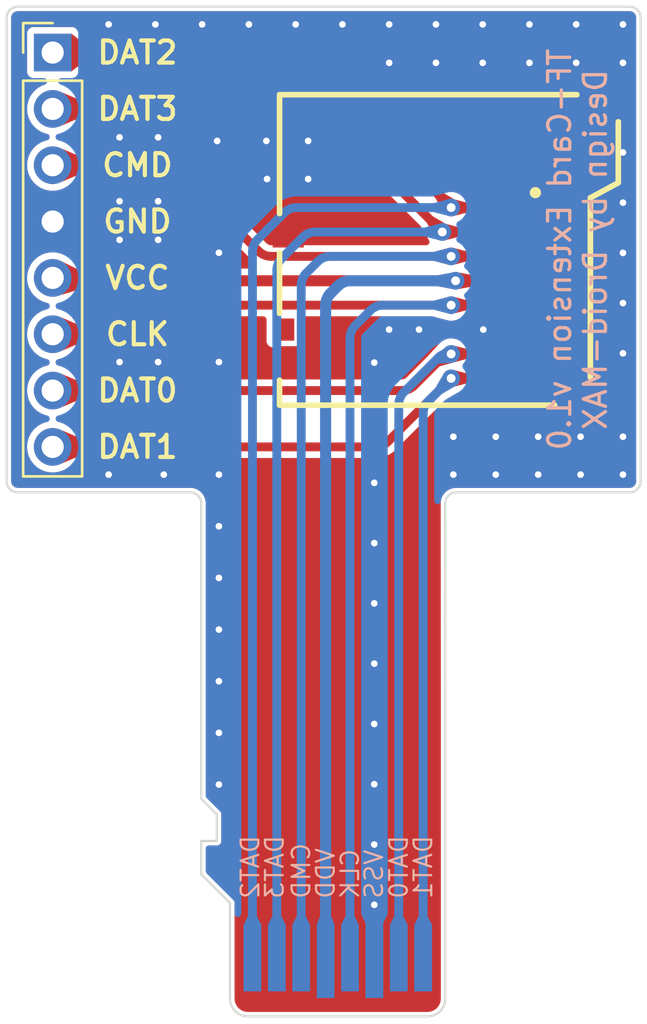
<source format=kicad_pcb>
(kicad_pcb (version 20221018) (generator pcbnew)
  (title_block (title "TF-Card_Extension_Adapter") (date "2023-08-28") (rev "1.0"))
  (layers (0 "F.Cu" signal) (31 "B.Cu" signal) (34 "B.Paste" user) (35 "F.Paste" user) (36 "B.SilkS" user "B.Silkscreen") (37 "F.SilkS" user "F.Silkscreen") (38 "B.Mask" user) (39 "F.Mask" user) (44 "Edge.Cuts" user))
  (net 0 "")
  (net 1 "Net-(J1-Pin_1)")
  (net 2 "Net-(J1-Pin_2)")
  (net 3 "Net-(J1-Pin_3)")
  (net 4 "VCC")
  (net 5 "Net-(J1-Pin_5)")
  (net 6 "GND")
  (net 7 "Net-(J1-Pin_7)")
  (net 8 "Net-(J1-Pin_8)")
  (footprint "Custom_Libs:TF-SMD_TF-101A-P3" (layer "F.Cu") (at 219.4 130.16 90)
    (fp_text reference "J2" hide)
    (fp_text value "TF_Card_Slot" hide)
    (fp_line (start -7.01 -7.39) (end -7.01 5.019) (stroke (width 0.254)) (layer "F.SilkS"))
    (fp_line (start -5.881 -7.39) (end -7.01 -7.39) (stroke (width 0.254)) (layer "F.SilkS"))
    (fp_line (start -5.75 6.63) (end 2.34 6.63) (stroke (width 0.254)) (layer "F.SilkS"))
    (fp_line (start -0.131 -7.39) (end -2.869 -7.39) (stroke (width 0.254)) (layer "F.SilkS"))
    (fp_line (start 2.34 6.63) (end 3.02 7.89) (stroke (width 0.254)) (layer "F.SilkS"))
    (fp_line (start 3.02 7.89) (end 5.77 7.89) (stroke (width 0.254)) (layer "F.SilkS"))
    (fp_line (start 6.99 -7.39) (end 1.631 -7.39) (stroke (width 0.254)) (layer "F.SilkS"))
    (fp_line (start 6.99 6.019) (end 6.99 -7.39) (stroke (width 0.254)) (layer "F.SilkS"))
    (fp_circle (center 2.575 4.15) (end 2.702 4.15) (stroke (width 0.254)) (fill none) (layer "F.SilkS"))
    (pad "1" smd rect (at 1.9 3.35 90) (size 0.8 1.5) (layers "F.Cu" "F.Paste" "F.Mask") (net 1 "Net-(J1-Pin_1)"))
    (pad "2" smd rect (at 0.8 2.95 90) (size 0.8 1.5) (layers "F.Cu" "F.Paste" "F.Mask") (net 2 "Net-(J1-Pin_2)"))
    (pad "3" smd rect (at -0.3 3.35 90) (size 0.8 1.5) (layers "F.Cu" "F.Paste" "F.Mask") (net 3 "Net-(J1-Pin_3)"))
    (pad "4" smd rect (at -1.4 3.55 90) (size 0.8 1.5) (layers "F.Cu" "F.Paste" "F.Mask") (net 4 "VCC"))
    (pad "5" smd rect (at -2.5 3.35 90) (size 0.8 1.5) (layers "F.Cu" "F.Paste" "F.Mask") (net 5 "Net-(J1-Pin_5)"))
    (pad "6" smd rect (at -3.6 3.55 90) (size 0.8 1.5) (layers "F.Cu" "F.Paste" "F.Mask") (net 6 "GND"))
    (pad "7" smd rect (at -4.7 3.35 90) (size 0.8 1.5) (layers "F.Cu" "F.Paste" "F.Mask") (net 7 "Net-(J1-Pin_7)"))
    (pad "8" smd rect (at -5.8 3.35 90) (size 0.8 1.5) (layers "F.Cu" "F.Paste" "F.Mask") (net 8 "Net-(J1-Pin_8)"))
    (pad "9" smd rect (at -6.6 6.2 90) (size 1.4 1.9) (layers "F.Cu" "F.Paste" "F.Mask") (net 6 "GND"))
    (pad "10" smd rect (at -5 -7 90) (size 1.3 1.4) (layers "F.Cu" "F.Paste" "F.Mask") (net 6 "GND"))
    (pad "11" smd rect (at 6.6 7.2 90) (size 1.4 1.9) (layers "F.Cu" "F.Paste" "F.Mask") (net 6 "GND"))
    (pad "12" smd rect (at 0.75 -7 90) (size 1.3 1.4) (layers "F.Cu" "F.Paste" "F.Mask") (net 6 "GND"))
    (pad "13" smd rect (at -3.6 -7.2 90) (size 1 0.95) (layers "F.Cu" "F.Paste" "F.Mask"))
  )
  (footprint "Connector_PinHeader_2.54mm:PinHeader_1x08_P2.54mm_Vertical" (layer "F.Cu") (at 201.775 121.27)
    (fp_text reference "J1" hide)
    (fp_text value "Conn_01x08_Pin" hide)
    (fp_line (start -1.33 -1.33) (end 0 -1.33) (stroke (width 0.12)) (layer "F.SilkS"))
    (fp_line (start -1.33 0) (end -1.33 -1.33) (stroke (width 0.12)) (layer "F.SilkS"))
    (fp_line (start -1.33 1.27) (end -1.33 19.11) (stroke (width 0.12)) (layer "F.SilkS"))
    (fp_line (start -1.33 1.27) (end 1.33 1.27) (stroke (width 0.12)) (layer "F.SilkS"))
    (fp_line (start -1.33 19.11) (end 1.33 19.11) (stroke (width 0.12)) (layer "F.SilkS"))
    (fp_line (start 1.33 1.27) (end 1.33 19.11) (stroke (width 0.12)) (layer "F.SilkS"))
    (pad "1" thru_hole rect (at 0 0) (size 1.7 1.7) (drill 1) (layers "*.Cu" "*.Mask") (net 1 "Net-(J1-Pin_1)"))
    (pad "2" thru_hole oval (at 0 2.54) (size 1.7 1.7) (drill 1) (layers "*.Cu" "*.Mask") (net 2 "Net-(J1-Pin_2)"))
    (pad "3" thru_hole oval (at 0 5.08) (size 1.7 1.7) (drill 1) (layers "*.Cu" "*.Mask") (net 3 "Net-(J1-Pin_3)"))
    (pad "4" thru_hole oval (at 0 7.62) (size 1.7 1.7) (drill 1) (layers "*.Cu" "*.Mask") (net 6 "GND"))
    (pad "5" thru_hole oval (at 0 10.16) (size 1.7 1.7) (drill 1) (layers "*.Cu" "*.Mask") (net 4 "VCC"))
    (pad "6" thru_hole oval (at 0 12.7) (size 1.7 1.7) (drill 1) (layers "*.Cu" "*.Mask") (net 5 "Net-(J1-Pin_5)"))
    (pad "7" thru_hole oval (at 0 15.24) (size 1.7 1.7) (drill 1) (layers "*.Cu" "*.Mask") (net 7 "Net-(J1-Pin_7)"))
    (pad "8" thru_hole oval (at 0 17.78) (size 1.7 1.7) (drill 1) (layers "*.Cu" "*.Mask") (net 8 "Net-(J1-Pin_8)"))
  )
  (footprint "Custom_Libs:TFCARD" (layer "B.Cu") (at 214.6375 162.175 180)
    (fp_text reference "J3" hide)
    (fp_text value "TF_Card" hide)
    (fp_text user "CMD" (at 1.65 2.685 90) (layer "B.SilkS") (effects (font (size 0.8 0.8) (thickness 0.1)) (justify right mirror)))
    (fp_text user "CLK" (at -0.55 2.685 90) (layer "B.SilkS") (effects (font (size 0.8 0.8) (thickness 0.1)) (justify right mirror)))
    (fp_text user "DAT2" (at 3.95 2.685 90) (layer "B.SilkS") (effects (font (size 0.8 0.8) (thickness 0.1)) (justify right mirror)))
    (fp_text user "VDD" (at 0.55 2.685 90) (layer "B.SilkS") (effects (font (size 0.8 0.8) (thickness 0.1)) (justify right mirror)))
    (fp_text user "VSS" (at -1.63 2.69 90) (layer "B.SilkS") (effects (font (size 0.8 0.8) (thickness 0.1)) (justify right mirror)))
    (fp_text user "DAT0" (at -2.75 2.685 90) (layer "B.SilkS") (effects (font (size 0.8 0.8) (thickness 0.1)) (justify right mirror)))
    (fp_text user "DAT1" (at -3.85 2.685 90) (layer "B.SilkS") (effects (font (size 0.8 0.8) (thickness 0.1)) (justify right mirror)))
    (fp_text user "DAT3" (at 2.85 2.685 90) (layer "B.SilkS") (effects (font (size 0.8 0.8) (thickness 0.1)) (justify right mirror)))
    (fp_line (start -4.849 -1.754) (end -4.849 12.056) (stroke (width 0.1)) (layer "Edge.Cuts"))
    (fp_line (start -4.049 -2.554) (end 4.059001 -2.554) (stroke (width 0.1)) (layer "Edge.Cuts"))
    (fp_line (start 4.859001 -1.754) (end 4.859001 2.556) (stroke (width 0.1)) (layer "Edge.Cuts"))
    (fp_line (start 5.459 5.357) (end 6.16 5.357) (stroke (width 0.1)) (layer "Edge.Cuts"))
    (fp_line (start 5.459 6.554) (end 5.459 5.357) (stroke (width 0.1)) (layer "Edge.Cuts"))
    (fp_line (start 5.459 6.554) (end 6.16 7.255) (stroke (width 0.1)) (layer "Edge.Cuts"))
    (fp_line (start 6.16 3.855) (end 4.859001 2.556) (stroke (width 0.1)) (layer "Edge.Cuts"))
    (fp_line (start 6.16 3.855) (end 6.16 5.357) (stroke (width 0.1)) (layer "Edge.Cuts"))
    (fp_line (start 6.16 7.255) (end 6.16 12.056) (stroke (width 0.1)) (layer "Edge.Cuts"))
    (fp_arc (start -4.849 -1.754) (mid -4.614685 -2.319685) (end -4.049 -2.554) (stroke (width 0.1)) (layer "Edge.Cuts"))
    (fp_arc (start 4.059001 -2.554) (mid 4.624686 -2.319685) (end 4.859001 -1.754) (stroke (width 0.1)) (layer "Edge.Cuts"))
    (pad "1" smd rect (at 3.85 0.075) (size 0.8 3) (layers "B.Cu" "B.Paste" "B.Mask") (net 1 "Net-(J1-Pin_1)"))
    (pad "2" smd rect (at 2.751 0.075) (size 0.8 3) (layers "B.Cu" "B.Paste" "B.Mask") (net 2 "Net-(J1-Pin_2)"))
    (pad "3" smd rect (at 1.65 0.075) (size 0.8 3) (layers "B.Cu" "B.Paste" "B.Mask") (net 3 "Net-(J1-Pin_3)"))
    (pad "4" smd rect (at 0.55 -0.075) (size 0.8 3.3) (layers "B.Cu" "B.Paste" "B.Mask") (net 4 "VCC"))
    (pad "5" smd rect (at -0.55 0.075) (size 0.8 3) (layers "B.Cu" "B.Paste" "B.Mask") (net 5 "Net-(J1-Pin_5)"))
    (pad "6" smd rect (at -1.65 -0.075) (size 0.8 3.3) (layers "B.Cu" "B.Paste" "B.Mask") (net 6 "GND"))
    (pad "7" smd rect (at -2.75 0.075) (size 0.8 3) (layers "B.Cu" "B.Paste" "B.Mask") (net 7 "Net-(J1-Pin_7)"))
    (pad "8" smd rect (at -3.85 0.075) (size 0.8 3) (layers "B.Cu" "B.Paste" "B.Mask") (net 8 "Net-(J1-Pin_8)"))
  )
  (gr_arc (start 199.7 119.7) (mid 199.846701 119.345985) (end 200.200805 119.1995) (stroke (width 0.1)) (layer "Edge.Cuts"))
  (gr_line (start 200.2 119.2) (end 227.8 119.2) (stroke (width 0.1)) (layer "Edge.Cuts"))
  (gr_arc (start 207.977 141.099195) (mid 208.331017 141.245896) (end 208.4775 141.6) (stroke (width 0.1)) (layer "Edge.Cuts"))
  (gr_line (start 228.3 119.7) (end 228.3 140.6) (stroke (width 0.1)) (layer "Edge.Cuts"))
  (gr_line (start 200.2 141.1) (end 207.9775 141.1) (stroke (width 0.1)) (layer "Edge.Cuts"))
  (gr_line (start 227.8 141.1) (end 219.98 141.1) (stroke (width 0.1)) (layer "Edge.Cuts"))
  (gr_line (start 219.4865 150.119) (end 219.48 141.6) (stroke (width 0.1)) (layer "Edge.Cuts"))
  (gr_line (start 208.4775 150.119) (end 208.4775 141.6) (stroke (width 0.1)) (layer "Edge.Cuts"))
  (gr_line (start 199.7 119.7) (end 199.7 140.6) (stroke (width 0.1)) (layer "Edge.Cuts"))
  (gr_arc (start 227.7995 119.199195) (mid 228.153517 119.345896) (end 228.3 119.7) (stroke (width 0.1)) (layer "Edge.Cuts"))
  (gr_arc (start 200.2 141.1) (mid 199.845985 140.953299) (end 199.6995 140.599195) (stroke (width 0.1)) (layer "Edge.Cuts"))
  (gr_arc (start 219.48 141.6) (mid 219.626701 141.245985) (end 219.980805 141.0995) (stroke (width 0.1)) (layer "Edge.Cuts"))
  (gr_arc (start 228.300805 140.5995) (mid 228.154104 140.953517) (end 227.8 141.1) (stroke (width 0.1)) (layer "Edge.Cuts"))
  (gr_text "TF-Card Extension v1.0\nDesign by Droid-MAX\n" (at 225.45 130.15 90) (layer "B.SilkS") (effects (font (size 1 1)) (justify mirror)))
  (gr_text "VCC" (at 205.6 131.43) (layer "F.SilkS") (effects (font (size 1 1) (thickness 0.1875))))
  (gr_text "CLK" (at 205.6 133.97) (layer "F.SilkS") (effects (font (size 1 1) (thickness 0.1875))))
  (gr_text "GND" (at 205.6 128.89) (layer "F.SilkS") (effects (font (size 1 1) (thickness 0.1875))))
  (gr_text "CMD" (at 205.6 126.35) (layer "F.SilkS") (effects (font (size 1 1) (thickness 0.1875))))
  (gr_text "DAT1" (at 205.6 139.05) (layer "F.SilkS") (effects (font (size 1 1) (thickness 0.1875))))
  (gr_text "DAT0" (at 205.6 136.51) (layer "F.SilkS") (effects (font (size 1 1) (thickness 0.1875))))
  (gr_text "DAT3" (at 205.6 123.81) (layer "F.SilkS") (effects (font (size 1 1) (thickness 0.1875))))
  (gr_text "DAT2" (at 205.6 121.27) (layer "F.SilkS") (effects (font (size 1 1) (thickness 0.1875))))
  (segment (start 201.775 121.27) (end 212.428629 121.27) (width 0.4) (layer "F.Cu") (net 1))
  (segment (start 222.75 128.26) (end 219.75 128.26) (width 0.4) (layer "F.Cu") (net 1))
  (segment (start 212.994315 121.504315) (end 219.75 128.26) (width 0.4) (layer "F.Cu") (net 1))
  (via (at 219.75 128.26) (size 0.8) (drill 0.4) (layers "F.Cu" "B.Cu") (net 1))
  (arc (start 212.428629 121.27) (mid 212.734776 121.330897) (end 212.994315 121.504315) (width 0.4) (layer "F.Cu") (net 1))
  (segment (start 212.784371 128.26) (end 219.75 128.26) (width 0.4) (layer "B.Cu") (net 1))
  (segment (start 211.021815 129.691185) (end 212.218686 128.494314) (width 0.4) (layer "B.Cu") (net 1))
  (segment (start 210.7875 162.1) (end 210.7875 130.256871) (width 0.4) (layer "B.Cu") (net 1))
  (arc (start 211.021815 129.691185) (mid 210.848396 129.950724) (end 210.7875 130.256871) (width 0.4) (layer "B.Cu") (net 1))
  (arc (start 212.218686 128.494314) (mid 212.478225 128.320896) (end 212.784371 128.26) (width 0.4) (layer "B.Cu") (net 1))
  (segment (start 201.775 123.81) (end 213.468629 123.81) (width 0.4) (layer "F.Cu") (net 2))
  (segment (start 214.034315 124.044315) (end 219.35 129.36) (width 0.4) (layer "F.Cu") (net 2))
  (segment (start 222.35 129.36) (end 219.35 129.36) (width 0.4) (layer "F.Cu") (net 2))
  (via (at 219.35 129.36) (size 0.8) (drill 0.4) (layers "F.Cu" "B.Cu") (net 2))
  (arc (start 213.468629 123.81) (mid 213.774776 123.870897) (end 214.034315 124.044315) (width 0.4) (layer "F.Cu") (net 2))
  (segment (start 213.624371 129.36) (end 219.35 129.36) (width 0.4) (layer "B.Cu") (net 2))
  (segment (start 212.120815 130.532185) (end 213.058686 129.594314) (width 0.4) (layer "B.Cu") (net 2))
  (segment (start 211.8865 162.1) (end 211.8865 131.097871) (width 0.4) (layer "B.Cu") (net 2))
  (arc (start 211.8865 131.097871) (mid 211.947397 130.791724) (end 212.120815 130.532185) (width 0.4) (layer "B.Cu") (net 2))
  (arc (start 213.624371 129.36) (mid 213.318225 129.420896) (end 213.058686 129.594314) (width 0.4) (layer "B.Cu") (net 2))
  (segment (start 207.424315 126.584315) (end 211.065686 130.225686) (width 0.4) (layer "F.Cu") (net 3))
  (segment (start 222.75 130.46) (end 219.75 130.46) (width 0.4) (layer "F.Cu") (net 3))
  (segment (start 201.775 126.35) (end 206.858629 126.35) (width 0.4) (layer "F.Cu") (net 3))
  (segment (start 211.631371 130.46) (end 219.75 130.46) (width 0.4) (layer "F.Cu") (net 3))
  (via (at 219.75 130.46) (size 0.8) (drill 0.4) (layers "F.Cu" "B.Cu") (net 3))
  (arc (start 211.631371 130.46) (mid 211.325225 130.399104) (end 211.065686 130.225686) (width 0.4) (layer "F.Cu") (net 3))
  (arc (start 206.858629 126.35) (mid 207.164776 126.410897) (end 207.424315 126.584315) (width 0.4) (layer "F.Cu") (net 3))
  (segment (start 212.9875 162.1) (end 212.9875 131.771871) (width 0.4) (layer "B.Cu") (net 3))
  (segment (start 213.221815 131.206185) (end 213.733686 130.694314) (width 0.4) (layer "B.Cu") (net 3))
  (segment (start 214.299371 130.46) (end 219.75 130.46) (width 0.4) (layer "B.Cu") (net 3))
  (arc (start 213.733686 130.694314) (mid 213.993225 130.520896) (end 214.299371 130.46) (width 0.4) (layer "B.Cu") (net 3))
  (arc (start 212.9875 131.771871) (mid 213.048397 131.465724) (end 213.221815 131.206185) (width 0.4) (layer "B.Cu") (net 3))
  (segment (start 222.95 131.56) (end 219.95 131.56) (width 0.5) (layer "F.Cu") (net 4))
  (segment (start 219.95 131.56) (end 201.905 131.56) (width 0.5) (layer "F.Cu") (net 4))
  (segment (start 201.905 131.56) (end 201.775 131.43) (width 0.5) (layer "F.Cu") (net 4))
  (via (at 219.95 131.56) (size 0.8) (drill 0.4) (layers "F.Cu" "B.Cu") (net 4))
  (segment (start 214.321815 132.112185) (end 214.639686 131.794314) (width 0.5) (layer "B.Cu") (net 4))
  (segment (start 214.0875 162.25) (end 214.0875 132.677871) (width 0.5) (layer "B.Cu") (net 4))
  (segment (start 215.205371 131.56) (end 219.95 131.56) (width 0.5) (layer "B.Cu") (net 4))
  (arc (start 214.0875 132.677871) (mid 214.148397 132.371724) (end 214.321815 132.112185) (width 0.5) (layer "B.Cu") (net 4))
  (arc (start 215.205371 131.56) (mid 214.899225 131.620896) (end 214.639686 131.794314) (width 0.5) (layer "B.Cu") (net 4))
  (segment (start 222.75 132.66) (end 219.75 132.66) (width 0.4) (layer "F.Cu") (net 5))
  (segment (start 210.338371 132.66) (end 219.75 132.66) (width 0.4) (layer "F.Cu") (net 5))
  (segment (start 208.931315 133.735685) (end 209.772686 132.894314) (width 0.4) (layer "F.Cu") (net 5))
  (segment (start 201.775 133.97) (end 208.365629 133.97) (width 0.4) (layer "F.Cu") (net 5))
  (via (at 219.75 132.66) (size 0.8) (drill 0.4) (layers "F.Cu" "B.Cu") (net 5))
  (arc (start 209.772686 132.894314) (mid 210.032225 132.720896) (end 210.338371 132.66) (width 0.4) (layer "F.Cu") (net 5))
  (arc (start 208.365629 133.97) (mid 208.671776 133.909103) (end 208.931315 133.735685) (width 0.4) (layer "F.Cu") (net 5))
  (segment (start 215.1875 162.1) (end 215.1875 134.147871) (width 0.4) (layer "B.Cu") (net 5))
  (segment (start 215.421815 133.582185) (end 216.109686 132.894314) (width 0.4) (layer "B.Cu") (net 5))
  (segment (start 216.675371 132.66) (end 219.75 132.66) (width 0.4) (layer "B.Cu") (net 5))
  (arc (start 216.675371 132.66) (mid 216.369225 132.720896) (end 216.109686 132.894314) (width 0.4) (layer "B.Cu") (net 5))
  (arc (start 215.421815 133.582185) (mid 215.248396 133.841724) (end 215.1875 134.147871) (width 0.4) (layer "B.Cu") (net 5))
  (via (at 214.84545 120) (size 0.5) (drill 0.3) (layers "F.Cu" "B.Cu") (net 6))
  (via (at 219.85 140.3) (size 0.5) (drill 0.3) (layers "F.Cu" "B.Cu") (net 6))
  (via (at 209.196 125.254) (size 0.5) (drill 0.3) (layers "F.Cu" "B.Cu") (net 6))
  (via (at 211.415 125.254) (size 0.5) (drill 0.3) (layers "F.Cu" "B.Cu") (net 6))
  (via (at 223.675 138.591) (size 0.5) (drill 0.3) (layers "F.Cu" "B.Cu") (net 6))
  (via (at 209.274 135.225) (size 0.5) (drill 0.3) (layers "F.Cu" "B.Cu") (net 6))
  (via (at 216.95454 120) (size 0.5) (drill 0.3) (layers "F.Cu" "B.Cu") (net 6))
  (via (at 209.274 144.958) (size 0.5) (drill 0.3) (layers "F.Cu" "B.Cu") (net 6))
  (via (at 206.40909 120) (size 0.5) (drill 0.3) (layers "F.Cu" "B.Cu") (net 6))
  (via (at 221.7625 138.591) (size 0.5) (drill 0.3) (layers "F.Cu" "B.Cu") (net 6))
  (via (at 221.17272 120) (size 0.5) (drill 0.3) (layers "F.Cu" "B.Cu") (net 6))
  (via (at 225.3909 120) (size 0.5) (drill 0.3) (layers "F.Cu" "B.Cu") (net 6))
  (via (at 206.787 140.3) (size 0.5) (drill 0.3) (layers "F.Cu" "B.Cu") (net 6))
  (via (at 221.2 133.76) (size 0.5) (drill 0.3) (layers "F.Cu" "B.Cu") (net 6))
  (via (at 219.85 138.591) (size 0.5) (drill 0.3) (layers "F.Cu" "B.Cu") (net 6))
  (via (at 225.5875 140.3) (size 0.5) (drill 0.3) (layers "F.Cu" "B.Cu") (net 6))
  (via (at 216.95454 121.733) (size 0.5) (drill 0.3) (layers "F.Cu" "B.Cu") (net 6))
  (via (at 227.5 121.733) (size 0.5) (drill 0.3) (layers "F.Cu" "B.Cu") (net 6))
  (via (at 209.274 151.945) (size 0.5) (drill 0.3) (layers "F.Cu" "B.Cu") (net 6))
  (via (at 216.283 148.825) (size 0.5) (drill 0.3) (layers "F.Cu" "B.Cu") (net 6))
  (via (at 216.283 146.107) (size 0.5) (drill 0.3) (layers "F.Cu" "B.Cu") (net 6))
  (via (at 206.533 129.714) (size 0.5) (drill 0.3) (layers "F.Cu" "B.Cu") (net 6))
  (via (at 219.06363 120) (size 0.5) (drill 0.3) (layers "F.Cu" "B.Cu") (net 6))
  (via (at 204.793 129.714) (size 0.5) (drill 0.3) (layers "F.Cu" "B.Cu") (net 6))
  (via (at 209.274 149.616) (size 0.5) (drill 0.3) (layers "F.Cu" "B.Cu") (net 6))
  (via (at 221.17272 121.733) (size 0.5) (drill 0.3) (layers "F.Cu" "B.Cu") (net 6))
  (via (at 223.675 140.3) (size 0.5) (drill 0.3) (layers "F.Cu" "B.Cu") (net 6))
  (via (at 216.283 154.261) (size 0.5) (drill 0.3) (layers "F.Cu" "B.Cu") (net 6))
  (via (at 227.5 128.037) (size 0.5) (drill 0.3) (layers "F.Cu" "B.Cu") (net 6))
  (via (at 216.95 133.76) (size 0.5) (drill 0.3) (layers "F.Cu" "B.Cu") (net 6))
  (via (at 204.793 125.093) (size 0.5) (drill 0.3) (layers "F.Cu" "B.Cu") (net 6))
  (via (at 216.283 159.697) (size 0.5) (drill 0.3) (layers "F.Cu" "B.Cu") (net 6))
  (via (at 223.28181 120) (size 0.5) (drill 0.3) (layers "F.Cu" "B.Cu") (net 6))
  (via (at 223.28181 121.733) (size 0.5) (drill 0.3) (layers "F.Cu" "B.Cu") (net 6))
  (via (at 216.283 156.979) (size 0.5) (drill 0.3) (layers "F.Cu" "B.Cu") (net 6))
  (via (at 227.5 120) (size 0.5) (drill 0.3) (layers "F.Cu" "B.Cu") (net 6))
  (via (at 227.5 125.772) (size 0.5) (drill 0.3) (layers "F.Cu" "B.Cu") (net 6))
  (via (at 225.5875 138.591) (size 0.5) (drill 0.3) (layers "F.Cu" "B.Cu") (net 6))
  (via (at 227.5 134.832) (size 0.5) (drill 0.3) (layers "F.Cu" "B.Cu") (net 6))
  (via (at 210.62727 120) (size 0.5) (drill 0.3) (layers "F.Cu" "B.Cu") (net 6))
  (via (at 211.446 126.972) (size 0.5) (drill 0.3) (layers "F.Cu" "B.Cu") (net 6))
  (via (at 219.06363 121.733) (size 0.5) (drill 0.3) (layers "F.Cu" "B.Cu") (net 6))
  (via (at 212.73636 120) (size 0.5) (drill 0.3) (layers "F.Cu" "B.Cu") (net 6))
  (via (at 206.533 127.974) (size 0.5) (drill 0.3) (layers "F.Cu" "B.Cu") (net 6))
  (via (at 204.3 140.3) (size 0.5) (drill 0.3) (layers "F.Cu" "B.Cu") (net 6))
  (via (at 227.5 140.3) (size 0.5) (drill 0.3) (layers "F.Cu" "B.Cu") (net 6))
  (via (at 216.283 151.543) (size 0.5) (drill 0.3) (layers "F.Cu" "B.Cu") (net 6))
  (via (at 213.3 126.972) (size 0.5) (drill 0.3) (layers "F.Cu" "B.Cu") (net 6))
  (via (at 208.51818 120) (size 0.5) (drill 0.3) (layers "F.Cu" "B.Cu") (net 6))
  (via (at 204.793 135.225) (size 0.5) (drill 0.3) (layers "F.Cu" "B.Cu") (net 6))
  (via (at 213.3 125.254) (size 0.5) (drill 0.3) (layers "F.Cu" "B.Cu") (net 6))
  (via (at 227.5 132.567) (size 0.5) (drill 0.3) (layers "F.Cu" "B.Cu") (net 6))
  (via (at 216.283 143.389) (size 0.5) (drill 0.3) (layers "F.Cu" "B.Cu") (net 6))
  (via (at 204.793 127.974) (size 0.5) (drill 0.3) (layers "F.Cu" "B.Cu") (net 6))
  (via (at 209.274 140.3) (size 0.5) (drill 0.3) (layers "F.Cu" "B.Cu") (net 6))
  (via (at 216.283 140.671) (size 0.5) (drill 0.3) (layers "F.Cu" "B.Cu") (net 6))
  (via (at 227.5 138.591) (size 0.5) (drill 0.3) (layers "F.Cu" "B.Cu") (net 6))
  (via (at 206.533 135.225) (size 0.5) (drill 0.3) (layers "F.Cu" "B.Cu") (net 6))
  (via (at 204.3 120) (size 0.5) (drill 0.3) (layers "F.Cu" "B.Cu") (net 6))
  (via (at 209.274 130.296) (size 0.5) (drill 0.3) (layers "F.Cu" "B.Cu") (net 6))
  (via (at 227.5 130.302) (size 0.5) (drill 0.3) (layers "F.Cu" "B.Cu") (net 6))
  (via (at 216.283 135.25) (size 0.5) (drill 0.3) (layers "F.Cu" "B.Cu") (net 6))
  (via (at 206.533 125.093) (size 0.5) (drill 0.3) (layers "F.Cu" "B.Cu") (net 6))
  (via (at 209.274 142.629) (size 0.5) (drill 0.3) (layers "F.Cu" "B.Cu") (net 6))
  (via (at 218.3 133.76) (size 0.5) (drill 0.3) (layers "F.Cu" "B.Cu") (net 6))
  (via (at 209.274 147.287) (size 0.5) (drill 0.3) (layers "F.Cu" "B.Cu") (net 6))
  (via (at 221.7625 140.3) (size 0.5) (drill 0.3) (layers "F.Cu" "B.Cu") (net 6))
  (via (at 209.274 154.274) (size 0.5) (drill 0.3) (layers "F.Cu" "B.Cu") (net 6))
  (via (at 225.3909 121.733) (size 0.5) (drill 0.3) (layers "F.Cu" "B.Cu") (net 6))
  (segment (start 218.092315 136.275685) (end 219.361554 135.006446) (width 0.4) (layer "F.Cu") (net 7))
  (segment (start 222.75 134.86) (end 219.75 134.86) (width 0.4) (layer "F.Cu") (net 7))
  (segment (start 219.715107 134.86) (end 219.75 134.86) (width 0.4) (layer "F.Cu") (net 7))
  (segment (start 201.775 136.51) (end 217.526629 136.51) (width 0.4) (layer "F.Cu") (net 7))
  (via (at 219.75 134.86) (size 0.8) (drill 0.4) (layers "F.Cu" "B.Cu") (net 7))
  (arc (start 218.092315 136.275685) (mid 217.832776 136.449104) (end 217.526629 136.51) (width 0.4) (layer "F.Cu") (net 7))
  (arc (start 219.361554 135.006446) (mid 219.523766 134.89806) (end 219.715107 134.86) (width 0.4) (layer "F.Cu") (net 7))
  (segment (start 217.3875 162.1) (end 217.3875 137.143871) (width 0.4) (layer "B.Cu") (net 7))
  (segment (start 219.547107 134.86) (end 219.75 134.86) (width 0.4) (layer "B.Cu") (net 7))
  (segment (start 217.621815 136.578185) (end 219.193554 135.006446) (width 0.4) (layer "B.Cu") (net 7))
  (arc (start 217.3875 137.143871) (mid 217.448397 136.837724) (end 217.621815 136.578185) (width 0.4) (layer "B.Cu") (net 7))
  (arc (start 219.547107 134.86) (mid 219.355766 134.89806) (end 219.193554 135.006446) (width 0.4) (layer "B.Cu") (net 7))
  (segment (start 201.775 139.05) (end 216.328629 139.05) (width 0.4) (layer "F.Cu") (net 8))
  (segment (start 216.894315 138.815685) (end 219.75 135.96) (width 0.4) (layer "F.Cu") (net 8))
  (segment (start 222.75 135.96) (end 219.75 135.96) (width 0.4) (layer "F.Cu") (net 8))
  (via (at 219.75 135.96) (size 0.8) (drill 0.4) (layers "F.Cu" "B.Cu") (net 8))
  (arc (start 216.894315 138.815685) (mid 216.634776 138.989104) (end 216.328629 139.05) (width 0.4) (layer "F.Cu") (net 8))
  (segment (start 218.4875 162.1) (end 218.4875 137.553871) (width 0.4) (layer "B.Cu") (net 8))
  (segment (start 218.721815 136.988185) (end 219.75 135.96) (width 0.4) (layer "B.Cu") (net 8))
  (arc (start 218.4875 137.553871) (mid 218.548397 137.247724) (end 218.721815 136.988185) (width 0.4) (layer "B.Cu") (net 8))
  (zone (net 6) (net_name "GND") (layers "F&B.Cu") (connect_pads yes (clearance 0.3)) (min_thickness 0.3) (fill yes (thermal_gap 0.5) (thermal_bridge_width 0.5))
    (polygon (pts (xy 199.4 118.9) (xy 228.6 118.9) (xy 228.6 165.1) (xy 199.4 165.1)))
  )
  (zone (net 0) (net_name "") (layer "B.Cu") (connect_pads yes (clearance 0)) (min_thickness 0.3)
    (keepout (tracks allowed) (vias allowed) (pads allowed) (copperpour not_allowed) (footprints allowed))
    (fill (thermal_gap 0.5) (thermal_bridge_width 0.5))
    (polygon (pts (xy 209.9 163.6) (xy 219.3 163.6) (xy 219.3 164.6) (xy 209.9 164.6)))
  )
)
</source>
